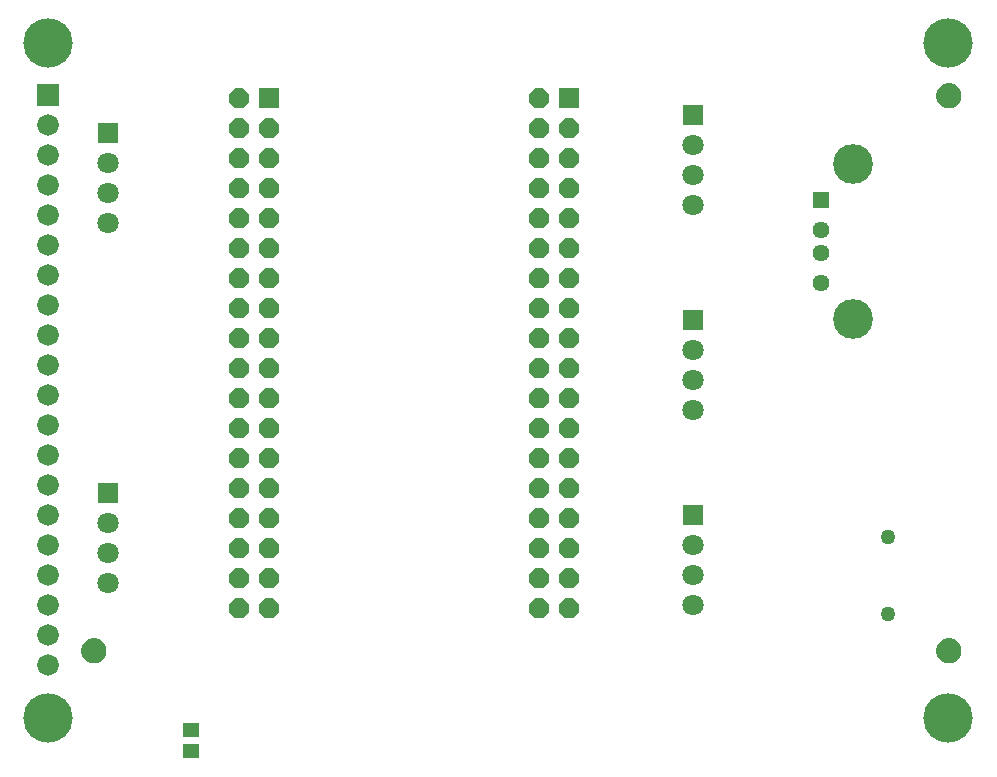
<source format=gbr>
G04 EAGLE Gerber RS-274X export*
G75*
%MOMM*%
%FSLAX34Y34*%
%LPD*%
%INSoldermask Top*%
%IPPOS*%
%AMOC8*
5,1,8,0,0,1.08239X$1,22.5*%
G01*
%ADD10R,1.676400X1.676400*%
%ADD11P,1.814519X8X292.500000*%
%ADD12C,1.272400*%
%ADD13R,1.803400X1.803400*%
%ADD14C,1.803400*%
%ADD15R,1.828800X1.828800*%
%ADD16C,1.828800*%
%ADD17C,4.168400*%
%ADD18R,1.440400X1.440400*%
%ADD19C,1.440400*%
%ADD20C,3.372400*%
%ADD21C,0.609600*%
%ADD22C,1.168400*%
%ADD23R,1.422400X1.295400*%


D10*
X479050Y569550D03*
D11*
X453650Y569550D03*
X479050Y544150D03*
X453650Y544150D03*
X479050Y518750D03*
X453650Y518750D03*
X479050Y493350D03*
X453650Y493350D03*
X479050Y467950D03*
X453650Y467950D03*
X479050Y442550D03*
X453650Y442550D03*
X479050Y417150D03*
X453650Y417150D03*
X479050Y391750D03*
X453650Y391750D03*
X479050Y366350D03*
X453650Y366350D03*
X479050Y340950D03*
X453650Y340950D03*
X479050Y315550D03*
X453650Y315550D03*
X479050Y290150D03*
X453650Y290150D03*
X479050Y264750D03*
X453650Y264750D03*
X479050Y239350D03*
X453650Y239350D03*
X479050Y213950D03*
X453650Y213950D03*
X479050Y188550D03*
X453650Y188550D03*
X479050Y163150D03*
X453650Y163150D03*
X479050Y137750D03*
X453650Y137750D03*
D10*
X225050Y569550D03*
D11*
X199650Y569550D03*
X225050Y544150D03*
X199650Y544150D03*
X225050Y518750D03*
X199650Y518750D03*
X225050Y493350D03*
X199650Y493350D03*
X225050Y467950D03*
X199650Y467950D03*
X225050Y442550D03*
X199650Y442550D03*
X225050Y417150D03*
X199650Y417150D03*
X225050Y391750D03*
X199650Y391750D03*
X225050Y366350D03*
X199650Y366350D03*
X225050Y340950D03*
X199650Y340950D03*
X225050Y315550D03*
X199650Y315550D03*
X225050Y290150D03*
X199650Y290150D03*
X225050Y264750D03*
X199650Y264750D03*
X225050Y239350D03*
X199650Y239350D03*
X225050Y213950D03*
X199650Y213950D03*
X225050Y188550D03*
X199650Y188550D03*
X225050Y163150D03*
X199650Y163150D03*
X225050Y137750D03*
X199650Y137750D03*
D12*
X749300Y197600D03*
X749300Y132600D03*
D13*
X584200Y554990D03*
D14*
X584200Y529590D03*
X584200Y504190D03*
X584200Y478790D03*
D15*
X38100Y571500D03*
D16*
X38100Y546100D03*
X38100Y520700D03*
X38100Y495300D03*
X38100Y469900D03*
X38100Y444500D03*
X38100Y419100D03*
X38100Y393700D03*
X38100Y368300D03*
X38100Y342900D03*
X38100Y317500D03*
X38100Y292100D03*
X38100Y266700D03*
X38100Y241300D03*
X38100Y215900D03*
X38100Y190500D03*
X38100Y165100D03*
X38100Y139700D03*
X38100Y114300D03*
X38100Y88900D03*
D17*
X38100Y615950D03*
X38100Y44450D03*
X800100Y615950D03*
X800100Y44450D03*
D18*
X692150Y482600D03*
D19*
X692150Y457600D03*
X692150Y437600D03*
X692150Y412600D03*
D20*
X719250Y513300D03*
X719250Y381900D03*
D13*
X584200Y381000D03*
D14*
X584200Y355600D03*
X584200Y330200D03*
X584200Y304800D03*
D13*
X584200Y215900D03*
D14*
X584200Y190500D03*
X584200Y165100D03*
X584200Y139700D03*
D13*
X88900Y539750D03*
D14*
X88900Y514350D03*
X88900Y488950D03*
X88900Y463550D03*
D13*
X88900Y234950D03*
D14*
X88900Y209550D03*
X88900Y184150D03*
X88900Y158750D03*
D21*
X792480Y571500D02*
X792482Y571687D01*
X792489Y571874D01*
X792501Y572061D01*
X792517Y572247D01*
X792537Y572433D01*
X792562Y572618D01*
X792592Y572803D01*
X792626Y572987D01*
X792665Y573170D01*
X792708Y573352D01*
X792756Y573532D01*
X792808Y573712D01*
X792865Y573890D01*
X792925Y574067D01*
X792991Y574242D01*
X793060Y574416D01*
X793134Y574588D01*
X793212Y574758D01*
X793294Y574926D01*
X793380Y575092D01*
X793470Y575256D01*
X793564Y575417D01*
X793662Y575577D01*
X793764Y575733D01*
X793870Y575888D01*
X793980Y576039D01*
X794093Y576188D01*
X794210Y576334D01*
X794330Y576477D01*
X794454Y576617D01*
X794581Y576754D01*
X794712Y576888D01*
X794846Y577019D01*
X794983Y577146D01*
X795123Y577270D01*
X795266Y577390D01*
X795412Y577507D01*
X795561Y577620D01*
X795712Y577730D01*
X795867Y577836D01*
X796023Y577938D01*
X796183Y578036D01*
X796344Y578130D01*
X796508Y578220D01*
X796674Y578306D01*
X796842Y578388D01*
X797012Y578466D01*
X797184Y578540D01*
X797358Y578609D01*
X797533Y578675D01*
X797710Y578735D01*
X797888Y578792D01*
X798068Y578844D01*
X798248Y578892D01*
X798430Y578935D01*
X798613Y578974D01*
X798797Y579008D01*
X798982Y579038D01*
X799167Y579063D01*
X799353Y579083D01*
X799539Y579099D01*
X799726Y579111D01*
X799913Y579118D01*
X800100Y579120D01*
X800287Y579118D01*
X800474Y579111D01*
X800661Y579099D01*
X800847Y579083D01*
X801033Y579063D01*
X801218Y579038D01*
X801403Y579008D01*
X801587Y578974D01*
X801770Y578935D01*
X801952Y578892D01*
X802132Y578844D01*
X802312Y578792D01*
X802490Y578735D01*
X802667Y578675D01*
X802842Y578609D01*
X803016Y578540D01*
X803188Y578466D01*
X803358Y578388D01*
X803526Y578306D01*
X803692Y578220D01*
X803856Y578130D01*
X804017Y578036D01*
X804177Y577938D01*
X804333Y577836D01*
X804488Y577730D01*
X804639Y577620D01*
X804788Y577507D01*
X804934Y577390D01*
X805077Y577270D01*
X805217Y577146D01*
X805354Y577019D01*
X805488Y576888D01*
X805619Y576754D01*
X805746Y576617D01*
X805870Y576477D01*
X805990Y576334D01*
X806107Y576188D01*
X806220Y576039D01*
X806330Y575888D01*
X806436Y575733D01*
X806538Y575577D01*
X806636Y575417D01*
X806730Y575256D01*
X806820Y575092D01*
X806906Y574926D01*
X806988Y574758D01*
X807066Y574588D01*
X807140Y574416D01*
X807209Y574242D01*
X807275Y574067D01*
X807335Y573890D01*
X807392Y573712D01*
X807444Y573532D01*
X807492Y573352D01*
X807535Y573170D01*
X807574Y572987D01*
X807608Y572803D01*
X807638Y572618D01*
X807663Y572433D01*
X807683Y572247D01*
X807699Y572061D01*
X807711Y571874D01*
X807718Y571687D01*
X807720Y571500D01*
X807718Y571313D01*
X807711Y571126D01*
X807699Y570939D01*
X807683Y570753D01*
X807663Y570567D01*
X807638Y570382D01*
X807608Y570197D01*
X807574Y570013D01*
X807535Y569830D01*
X807492Y569648D01*
X807444Y569468D01*
X807392Y569288D01*
X807335Y569110D01*
X807275Y568933D01*
X807209Y568758D01*
X807140Y568584D01*
X807066Y568412D01*
X806988Y568242D01*
X806906Y568074D01*
X806820Y567908D01*
X806730Y567744D01*
X806636Y567583D01*
X806538Y567423D01*
X806436Y567267D01*
X806330Y567112D01*
X806220Y566961D01*
X806107Y566812D01*
X805990Y566666D01*
X805870Y566523D01*
X805746Y566383D01*
X805619Y566246D01*
X805488Y566112D01*
X805354Y565981D01*
X805217Y565854D01*
X805077Y565730D01*
X804934Y565610D01*
X804788Y565493D01*
X804639Y565380D01*
X804488Y565270D01*
X804333Y565164D01*
X804177Y565062D01*
X804017Y564964D01*
X803856Y564870D01*
X803692Y564780D01*
X803526Y564694D01*
X803358Y564612D01*
X803188Y564534D01*
X803016Y564460D01*
X802842Y564391D01*
X802667Y564325D01*
X802490Y564265D01*
X802312Y564208D01*
X802132Y564156D01*
X801952Y564108D01*
X801770Y564065D01*
X801587Y564026D01*
X801403Y563992D01*
X801218Y563962D01*
X801033Y563937D01*
X800847Y563917D01*
X800661Y563901D01*
X800474Y563889D01*
X800287Y563882D01*
X800100Y563880D01*
X799913Y563882D01*
X799726Y563889D01*
X799539Y563901D01*
X799353Y563917D01*
X799167Y563937D01*
X798982Y563962D01*
X798797Y563992D01*
X798613Y564026D01*
X798430Y564065D01*
X798248Y564108D01*
X798068Y564156D01*
X797888Y564208D01*
X797710Y564265D01*
X797533Y564325D01*
X797358Y564391D01*
X797184Y564460D01*
X797012Y564534D01*
X796842Y564612D01*
X796674Y564694D01*
X796508Y564780D01*
X796344Y564870D01*
X796183Y564964D01*
X796023Y565062D01*
X795867Y565164D01*
X795712Y565270D01*
X795561Y565380D01*
X795412Y565493D01*
X795266Y565610D01*
X795123Y565730D01*
X794983Y565854D01*
X794846Y565981D01*
X794712Y566112D01*
X794581Y566246D01*
X794454Y566383D01*
X794330Y566523D01*
X794210Y566666D01*
X794093Y566812D01*
X793980Y566961D01*
X793870Y567112D01*
X793764Y567267D01*
X793662Y567423D01*
X793564Y567583D01*
X793470Y567744D01*
X793380Y567908D01*
X793294Y568074D01*
X793212Y568242D01*
X793134Y568412D01*
X793060Y568584D01*
X792991Y568758D01*
X792925Y568933D01*
X792865Y569110D01*
X792808Y569288D01*
X792756Y569468D01*
X792708Y569648D01*
X792665Y569830D01*
X792626Y570013D01*
X792592Y570197D01*
X792562Y570382D01*
X792537Y570567D01*
X792517Y570753D01*
X792501Y570939D01*
X792489Y571126D01*
X792482Y571313D01*
X792480Y571500D01*
D22*
X800100Y571500D03*
D21*
X792480Y101600D02*
X792482Y101787D01*
X792489Y101974D01*
X792501Y102161D01*
X792517Y102347D01*
X792537Y102533D01*
X792562Y102718D01*
X792592Y102903D01*
X792626Y103087D01*
X792665Y103270D01*
X792708Y103452D01*
X792756Y103632D01*
X792808Y103812D01*
X792865Y103990D01*
X792925Y104167D01*
X792991Y104342D01*
X793060Y104516D01*
X793134Y104688D01*
X793212Y104858D01*
X793294Y105026D01*
X793380Y105192D01*
X793470Y105356D01*
X793564Y105517D01*
X793662Y105677D01*
X793764Y105833D01*
X793870Y105988D01*
X793980Y106139D01*
X794093Y106288D01*
X794210Y106434D01*
X794330Y106577D01*
X794454Y106717D01*
X794581Y106854D01*
X794712Y106988D01*
X794846Y107119D01*
X794983Y107246D01*
X795123Y107370D01*
X795266Y107490D01*
X795412Y107607D01*
X795561Y107720D01*
X795712Y107830D01*
X795867Y107936D01*
X796023Y108038D01*
X796183Y108136D01*
X796344Y108230D01*
X796508Y108320D01*
X796674Y108406D01*
X796842Y108488D01*
X797012Y108566D01*
X797184Y108640D01*
X797358Y108709D01*
X797533Y108775D01*
X797710Y108835D01*
X797888Y108892D01*
X798068Y108944D01*
X798248Y108992D01*
X798430Y109035D01*
X798613Y109074D01*
X798797Y109108D01*
X798982Y109138D01*
X799167Y109163D01*
X799353Y109183D01*
X799539Y109199D01*
X799726Y109211D01*
X799913Y109218D01*
X800100Y109220D01*
X800287Y109218D01*
X800474Y109211D01*
X800661Y109199D01*
X800847Y109183D01*
X801033Y109163D01*
X801218Y109138D01*
X801403Y109108D01*
X801587Y109074D01*
X801770Y109035D01*
X801952Y108992D01*
X802132Y108944D01*
X802312Y108892D01*
X802490Y108835D01*
X802667Y108775D01*
X802842Y108709D01*
X803016Y108640D01*
X803188Y108566D01*
X803358Y108488D01*
X803526Y108406D01*
X803692Y108320D01*
X803856Y108230D01*
X804017Y108136D01*
X804177Y108038D01*
X804333Y107936D01*
X804488Y107830D01*
X804639Y107720D01*
X804788Y107607D01*
X804934Y107490D01*
X805077Y107370D01*
X805217Y107246D01*
X805354Y107119D01*
X805488Y106988D01*
X805619Y106854D01*
X805746Y106717D01*
X805870Y106577D01*
X805990Y106434D01*
X806107Y106288D01*
X806220Y106139D01*
X806330Y105988D01*
X806436Y105833D01*
X806538Y105677D01*
X806636Y105517D01*
X806730Y105356D01*
X806820Y105192D01*
X806906Y105026D01*
X806988Y104858D01*
X807066Y104688D01*
X807140Y104516D01*
X807209Y104342D01*
X807275Y104167D01*
X807335Y103990D01*
X807392Y103812D01*
X807444Y103632D01*
X807492Y103452D01*
X807535Y103270D01*
X807574Y103087D01*
X807608Y102903D01*
X807638Y102718D01*
X807663Y102533D01*
X807683Y102347D01*
X807699Y102161D01*
X807711Y101974D01*
X807718Y101787D01*
X807720Y101600D01*
X807718Y101413D01*
X807711Y101226D01*
X807699Y101039D01*
X807683Y100853D01*
X807663Y100667D01*
X807638Y100482D01*
X807608Y100297D01*
X807574Y100113D01*
X807535Y99930D01*
X807492Y99748D01*
X807444Y99568D01*
X807392Y99388D01*
X807335Y99210D01*
X807275Y99033D01*
X807209Y98858D01*
X807140Y98684D01*
X807066Y98512D01*
X806988Y98342D01*
X806906Y98174D01*
X806820Y98008D01*
X806730Y97844D01*
X806636Y97683D01*
X806538Y97523D01*
X806436Y97367D01*
X806330Y97212D01*
X806220Y97061D01*
X806107Y96912D01*
X805990Y96766D01*
X805870Y96623D01*
X805746Y96483D01*
X805619Y96346D01*
X805488Y96212D01*
X805354Y96081D01*
X805217Y95954D01*
X805077Y95830D01*
X804934Y95710D01*
X804788Y95593D01*
X804639Y95480D01*
X804488Y95370D01*
X804333Y95264D01*
X804177Y95162D01*
X804017Y95064D01*
X803856Y94970D01*
X803692Y94880D01*
X803526Y94794D01*
X803358Y94712D01*
X803188Y94634D01*
X803016Y94560D01*
X802842Y94491D01*
X802667Y94425D01*
X802490Y94365D01*
X802312Y94308D01*
X802132Y94256D01*
X801952Y94208D01*
X801770Y94165D01*
X801587Y94126D01*
X801403Y94092D01*
X801218Y94062D01*
X801033Y94037D01*
X800847Y94017D01*
X800661Y94001D01*
X800474Y93989D01*
X800287Y93982D01*
X800100Y93980D01*
X799913Y93982D01*
X799726Y93989D01*
X799539Y94001D01*
X799353Y94017D01*
X799167Y94037D01*
X798982Y94062D01*
X798797Y94092D01*
X798613Y94126D01*
X798430Y94165D01*
X798248Y94208D01*
X798068Y94256D01*
X797888Y94308D01*
X797710Y94365D01*
X797533Y94425D01*
X797358Y94491D01*
X797184Y94560D01*
X797012Y94634D01*
X796842Y94712D01*
X796674Y94794D01*
X796508Y94880D01*
X796344Y94970D01*
X796183Y95064D01*
X796023Y95162D01*
X795867Y95264D01*
X795712Y95370D01*
X795561Y95480D01*
X795412Y95593D01*
X795266Y95710D01*
X795123Y95830D01*
X794983Y95954D01*
X794846Y96081D01*
X794712Y96212D01*
X794581Y96346D01*
X794454Y96483D01*
X794330Y96623D01*
X794210Y96766D01*
X794093Y96912D01*
X793980Y97061D01*
X793870Y97212D01*
X793764Y97367D01*
X793662Y97523D01*
X793564Y97683D01*
X793470Y97844D01*
X793380Y98008D01*
X793294Y98174D01*
X793212Y98342D01*
X793134Y98512D01*
X793060Y98684D01*
X792991Y98858D01*
X792925Y99033D01*
X792865Y99210D01*
X792808Y99388D01*
X792756Y99568D01*
X792708Y99748D01*
X792665Y99930D01*
X792626Y100113D01*
X792592Y100297D01*
X792562Y100482D01*
X792537Y100667D01*
X792517Y100853D01*
X792501Y101039D01*
X792489Y101226D01*
X792482Y101413D01*
X792480Y101600D01*
D22*
X800100Y101600D03*
D21*
X68580Y101600D02*
X68582Y101787D01*
X68589Y101974D01*
X68601Y102161D01*
X68617Y102347D01*
X68637Y102533D01*
X68662Y102718D01*
X68692Y102903D01*
X68726Y103087D01*
X68765Y103270D01*
X68808Y103452D01*
X68856Y103632D01*
X68908Y103812D01*
X68965Y103990D01*
X69025Y104167D01*
X69091Y104342D01*
X69160Y104516D01*
X69234Y104688D01*
X69312Y104858D01*
X69394Y105026D01*
X69480Y105192D01*
X69570Y105356D01*
X69664Y105517D01*
X69762Y105677D01*
X69864Y105833D01*
X69970Y105988D01*
X70080Y106139D01*
X70193Y106288D01*
X70310Y106434D01*
X70430Y106577D01*
X70554Y106717D01*
X70681Y106854D01*
X70812Y106988D01*
X70946Y107119D01*
X71083Y107246D01*
X71223Y107370D01*
X71366Y107490D01*
X71512Y107607D01*
X71661Y107720D01*
X71812Y107830D01*
X71967Y107936D01*
X72123Y108038D01*
X72283Y108136D01*
X72444Y108230D01*
X72608Y108320D01*
X72774Y108406D01*
X72942Y108488D01*
X73112Y108566D01*
X73284Y108640D01*
X73458Y108709D01*
X73633Y108775D01*
X73810Y108835D01*
X73988Y108892D01*
X74168Y108944D01*
X74348Y108992D01*
X74530Y109035D01*
X74713Y109074D01*
X74897Y109108D01*
X75082Y109138D01*
X75267Y109163D01*
X75453Y109183D01*
X75639Y109199D01*
X75826Y109211D01*
X76013Y109218D01*
X76200Y109220D01*
X76387Y109218D01*
X76574Y109211D01*
X76761Y109199D01*
X76947Y109183D01*
X77133Y109163D01*
X77318Y109138D01*
X77503Y109108D01*
X77687Y109074D01*
X77870Y109035D01*
X78052Y108992D01*
X78232Y108944D01*
X78412Y108892D01*
X78590Y108835D01*
X78767Y108775D01*
X78942Y108709D01*
X79116Y108640D01*
X79288Y108566D01*
X79458Y108488D01*
X79626Y108406D01*
X79792Y108320D01*
X79956Y108230D01*
X80117Y108136D01*
X80277Y108038D01*
X80433Y107936D01*
X80588Y107830D01*
X80739Y107720D01*
X80888Y107607D01*
X81034Y107490D01*
X81177Y107370D01*
X81317Y107246D01*
X81454Y107119D01*
X81588Y106988D01*
X81719Y106854D01*
X81846Y106717D01*
X81970Y106577D01*
X82090Y106434D01*
X82207Y106288D01*
X82320Y106139D01*
X82430Y105988D01*
X82536Y105833D01*
X82638Y105677D01*
X82736Y105517D01*
X82830Y105356D01*
X82920Y105192D01*
X83006Y105026D01*
X83088Y104858D01*
X83166Y104688D01*
X83240Y104516D01*
X83309Y104342D01*
X83375Y104167D01*
X83435Y103990D01*
X83492Y103812D01*
X83544Y103632D01*
X83592Y103452D01*
X83635Y103270D01*
X83674Y103087D01*
X83708Y102903D01*
X83738Y102718D01*
X83763Y102533D01*
X83783Y102347D01*
X83799Y102161D01*
X83811Y101974D01*
X83818Y101787D01*
X83820Y101600D01*
X83818Y101413D01*
X83811Y101226D01*
X83799Y101039D01*
X83783Y100853D01*
X83763Y100667D01*
X83738Y100482D01*
X83708Y100297D01*
X83674Y100113D01*
X83635Y99930D01*
X83592Y99748D01*
X83544Y99568D01*
X83492Y99388D01*
X83435Y99210D01*
X83375Y99033D01*
X83309Y98858D01*
X83240Y98684D01*
X83166Y98512D01*
X83088Y98342D01*
X83006Y98174D01*
X82920Y98008D01*
X82830Y97844D01*
X82736Y97683D01*
X82638Y97523D01*
X82536Y97367D01*
X82430Y97212D01*
X82320Y97061D01*
X82207Y96912D01*
X82090Y96766D01*
X81970Y96623D01*
X81846Y96483D01*
X81719Y96346D01*
X81588Y96212D01*
X81454Y96081D01*
X81317Y95954D01*
X81177Y95830D01*
X81034Y95710D01*
X80888Y95593D01*
X80739Y95480D01*
X80588Y95370D01*
X80433Y95264D01*
X80277Y95162D01*
X80117Y95064D01*
X79956Y94970D01*
X79792Y94880D01*
X79626Y94794D01*
X79458Y94712D01*
X79288Y94634D01*
X79116Y94560D01*
X78942Y94491D01*
X78767Y94425D01*
X78590Y94365D01*
X78412Y94308D01*
X78232Y94256D01*
X78052Y94208D01*
X77870Y94165D01*
X77687Y94126D01*
X77503Y94092D01*
X77318Y94062D01*
X77133Y94037D01*
X76947Y94017D01*
X76761Y94001D01*
X76574Y93989D01*
X76387Y93982D01*
X76200Y93980D01*
X76013Y93982D01*
X75826Y93989D01*
X75639Y94001D01*
X75453Y94017D01*
X75267Y94037D01*
X75082Y94062D01*
X74897Y94092D01*
X74713Y94126D01*
X74530Y94165D01*
X74348Y94208D01*
X74168Y94256D01*
X73988Y94308D01*
X73810Y94365D01*
X73633Y94425D01*
X73458Y94491D01*
X73284Y94560D01*
X73112Y94634D01*
X72942Y94712D01*
X72774Y94794D01*
X72608Y94880D01*
X72444Y94970D01*
X72283Y95064D01*
X72123Y95162D01*
X71967Y95264D01*
X71812Y95370D01*
X71661Y95480D01*
X71512Y95593D01*
X71366Y95710D01*
X71223Y95830D01*
X71083Y95954D01*
X70946Y96081D01*
X70812Y96212D01*
X70681Y96346D01*
X70554Y96483D01*
X70430Y96623D01*
X70310Y96766D01*
X70193Y96912D01*
X70080Y97061D01*
X69970Y97212D01*
X69864Y97367D01*
X69762Y97523D01*
X69664Y97683D01*
X69570Y97844D01*
X69480Y98008D01*
X69394Y98174D01*
X69312Y98342D01*
X69234Y98512D01*
X69160Y98684D01*
X69091Y98858D01*
X69025Y99033D01*
X68965Y99210D01*
X68908Y99388D01*
X68856Y99568D01*
X68808Y99748D01*
X68765Y99930D01*
X68726Y100113D01*
X68692Y100297D01*
X68662Y100482D01*
X68637Y100667D01*
X68617Y100853D01*
X68601Y101039D01*
X68589Y101226D01*
X68582Y101413D01*
X68580Y101600D01*
D22*
X76200Y101600D03*
D23*
X158750Y34290D03*
X158750Y16510D03*
M02*

</source>
